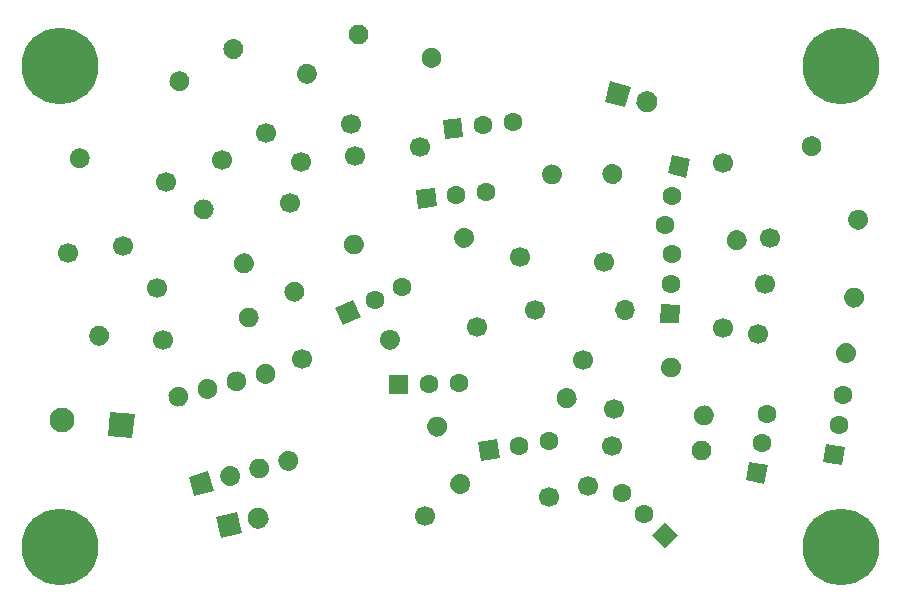
<source format=gbr>
%TF.GenerationSoftware,KiCad,Pcbnew,(5.1.6)-1*%
%TF.CreationDate,2020-07-12T11:16:24-05:00*%
%TF.ProjectId,Bird Monk Train,42697264-204d-46f6-9e6b-20547261696e,rev?*%
%TF.SameCoordinates,Original*%
%TF.FileFunction,Soldermask,Top*%
%TF.FilePolarity,Negative*%
%FSLAX46Y46*%
G04 Gerber Fmt 4.6, Leading zero omitted, Abs format (unit mm)*
G04 Created by KiCad (PCBNEW (5.1.6)-1) date 2020-07-12 11:16:24*
%MOMM*%
%LPD*%
G01*
G04 APERTURE LIST*
%ADD10C,6.500000*%
%ADD11C,1.700000*%
%ADD12O,1.700000X1.700000*%
%ADD13C,0.100000*%
%ADD14C,1.600000*%
%ADD15C,2.100000*%
G04 APERTURE END LIST*
D10*
%TO.C,.*%
X98780000Y-114110000D03*
%TD*%
%TO.C,.*%
X98780000Y-154860000D03*
%TD*%
%TO.C,.*%
X164880000Y-114110000D03*
%TD*%
%TO.C,.*%
X164880000Y-154860000D03*
%TD*%
D11*
%TO.C,*%
X157900000Y-136780000D03*
G36*
G01*
X164512072Y-138233758D02*
X164512072Y-138233758D01*
G75*
G02*
X165524768Y-137586112I830171J-182525D01*
G01*
X165524768Y-137586112D01*
G75*
G02*
X166172414Y-138598808I-182525J-830171D01*
G01*
X166172414Y-138598808D01*
G75*
G02*
X165159718Y-139246454I-830171J182525D01*
G01*
X165159718Y-139246454D01*
G75*
G02*
X164512072Y-138233758I182525J830171D01*
G01*
G37*
%TD*%
%TO.C,*%
G36*
G01*
X165192103Y-133594035D02*
X165192103Y-133594035D01*
G75*
G02*
X166160895Y-132882387I840220J-128572D01*
G01*
X166160895Y-132882387D01*
G75*
G02*
X166872543Y-133851179I-128572J-840220D01*
G01*
X166872543Y-133851179D01*
G75*
G02*
X165903751Y-134562827I-840220J128572D01*
G01*
X165903751Y-134562827D01*
G75*
G02*
X165192103Y-133594035I128572J840220D01*
G01*
G37*
X158500000Y-132570000D03*
%TD*%
%TO.C,*%
G36*
G01*
X165534090Y-127290279D02*
X165534090Y-127290279D01*
G75*
G02*
X166197563Y-126287880I832936J169463D01*
G01*
X166197563Y-126287880D01*
G75*
G02*
X167199962Y-126951353I169463J-832936D01*
G01*
X167199962Y-126951353D01*
G75*
G02*
X166536489Y-127953752I-832936J-169463D01*
G01*
X166536489Y-127953752D01*
G75*
G02*
X165534090Y-127290279I-169463J832936D01*
G01*
G37*
X158900000Y-128640000D03*
%TD*%
%TO.C,*%
G36*
G01*
X161595616Y-121068223D02*
X161595616Y-121068223D01*
G75*
G02*
X162267811Y-120071652I834383J162188D01*
G01*
X162267811Y-120071652D01*
G75*
G02*
X163264382Y-120743847I162188J-834383D01*
G01*
X163264382Y-120743847D01*
G75*
G02*
X162592187Y-121740418I-834383J-162188D01*
G01*
X162592187Y-121740418D01*
G75*
G02*
X161595616Y-121068223I-162188J834383D01*
G01*
G37*
X154950000Y-122360000D03*
%TD*%
D12*
%TO.C,*%
X146620000Y-134780000D03*
D11*
X139000000Y-134780000D03*
%TD*%
%TO.C,*%
G36*
G01*
X152461819Y-143625823D02*
X152461819Y-143625823D01*
G75*
G02*
X153371788Y-142840358I847717J-62252D01*
G01*
X153371788Y-142840358D01*
G75*
G02*
X154157253Y-143750327I-62252J-847717D01*
G01*
X154157253Y-143750327D01*
G75*
G02*
X153247284Y-144535792I-847717J62252D01*
G01*
X153247284Y-144535792D01*
G75*
G02*
X152461819Y-143625823I62252J847717D01*
G01*
G37*
X145710000Y-143130000D03*
%TD*%
%TO.C,*%
G36*
G01*
X152261331Y-146622514D02*
X152261331Y-146622514D01*
G75*
G02*
X153153246Y-145816607I848911J-43004D01*
G01*
X153153246Y-145816607D01*
G75*
G02*
X153959153Y-146708522I-43004J-848911D01*
G01*
X153959153Y-146708522D01*
G75*
G02*
X153067238Y-147514429I-848911J43004D01*
G01*
X153067238Y-147514429D01*
G75*
G02*
X152261331Y-146622514I43004J848911D01*
G01*
G37*
X145500000Y-146280000D03*
%TD*%
%TO.C,*%
X154916741Y-136267664D03*
G36*
G01*
X155957031Y-129699534D02*
X155957031Y-129699534D01*
G75*
G02*
X155250465Y-128727030I132969J839535D01*
G01*
X155250465Y-128727030D01*
G75*
G02*
X156222969Y-128020464I839535J-132969D01*
G01*
X156222969Y-128020464D01*
G75*
G02*
X156929535Y-128992968I-132969J-839535D01*
G01*
X156929535Y-128992968D01*
G75*
G02*
X155957031Y-129699534I-839535J132969D01*
G01*
G37*
%TD*%
%TO.C,*%
X144840000Y-130720000D03*
G36*
G01*
X145477374Y-124100616D02*
X145477374Y-124100616D01*
G75*
G02*
X144712756Y-123173060I81469J846087D01*
G01*
X144712756Y-123173060D01*
G75*
G02*
X145640312Y-122408442I846087J-81469D01*
G01*
X145640312Y-122408442D01*
G75*
G02*
X146404930Y-123335998I-81469J-846087D01*
G01*
X146404930Y-123335998D01*
G75*
G02*
X145477374Y-124100616I-846087J81469D01*
G01*
G37*
%TD*%
%TO.C,*%
X137725615Y-130277685D03*
G36*
G01*
X140141236Y-124081938D02*
X140141236Y-124081938D01*
G75*
G02*
X139658062Y-122981236I308764J791938D01*
G01*
X139658062Y-122981236D01*
G75*
G02*
X140758764Y-122498062I791938J-308764D01*
G01*
X140758764Y-122498062D01*
G75*
G02*
X141241938Y-123598764I-308764J-791938D01*
G01*
X141241938Y-123598764D01*
G75*
G02*
X140141236Y-124081938I-791938J308764D01*
G01*
G37*
%TD*%
D13*
%TO.C,*%
G36*
X150241919Y-123204635D02*
G01*
X150601841Y-121645643D01*
X152160833Y-122005565D01*
X151800911Y-123564557D01*
X150241919Y-123204635D01*
G37*
D14*
X150058625Y-127554900D03*
X150630000Y-125080000D03*
%TD*%
D11*
%TO.C,*%
X143050000Y-139020000D03*
G36*
G01*
X149677639Y-139564891D02*
X149677639Y-139564891D01*
G75*
G02*
X150594429Y-138787397I847142J-69648D01*
G01*
X150594429Y-138787397D01*
G75*
G02*
X151371923Y-139704187I-69648J-847142D01*
G01*
X151371923Y-139704187D01*
G75*
G02*
X150455133Y-140481681I-847142J69648D01*
G01*
X150455133Y-140481681D01*
G75*
G02*
X149677639Y-139564891I69648J847142D01*
G01*
G37*
%TD*%
D13*
%TO.C,*%
G36*
X151264951Y-134304270D02*
G01*
X151214694Y-135903481D01*
X149615483Y-135853224D01*
X149665740Y-134254013D01*
X151264951Y-134304270D01*
G37*
D14*
X150599784Y-130001254D03*
X150520000Y-132540000D03*
%TD*%
%TO.C,*%
X164720001Y-144490000D03*
X165117343Y-141981271D03*
D13*
G36*
X165237954Y-146333725D02*
G01*
X164987659Y-147914026D01*
X163407358Y-147663731D01*
X163657653Y-146083430D01*
X165237954Y-146333725D01*
G37*
%TD*%
%TO.C,*%
G36*
X158715992Y-147905002D02*
G01*
X158429908Y-149479218D01*
X156855692Y-149193134D01*
X157141776Y-147618918D01*
X158715992Y-147905002D01*
G37*
D14*
X158694157Y-143550932D03*
X158240000Y-146050000D03*
%TD*%
D13*
%TO.C,*%
G36*
X150006270Y-152696388D02*
G01*
X151155272Y-153809848D01*
X150041812Y-154958850D01*
X148892810Y-153845390D01*
X150006270Y-152696388D01*
G37*
D14*
X146375959Y-150292382D03*
X148200000Y-152060000D03*
%TD*%
%TO.C,*%
G36*
G01*
X141889575Y-143057055D02*
X141889575Y-143057055D01*
G75*
G02*
X140864632Y-142428970I-198429J826514D01*
G01*
X140864632Y-142428970D01*
G75*
G02*
X141492717Y-141404027I826514J198429D01*
G01*
X141492717Y-141404027D01*
G75*
G02*
X142517660Y-142032112I198429J-826514D01*
G01*
X142517660Y-142032112D01*
G75*
G02*
X141889575Y-143057055I-826514J-198429D01*
G01*
G37*
D11*
X143470000Y-149640000D03*
%TD*%
%TO.C,*%
G36*
G01*
X133520663Y-149625638D02*
X133520663Y-149625638D01*
G75*
G02*
X132554362Y-150340663I-840663J125638D01*
G01*
X132554362Y-150340663D01*
G75*
G02*
X131839337Y-149374362I125638J840663D01*
G01*
X131839337Y-149374362D01*
G75*
G02*
X132805638Y-148659337I840663J-125638D01*
G01*
X132805638Y-148659337D01*
G75*
G02*
X133520663Y-149625638I-125638J-840663D01*
G01*
G37*
X140216301Y-150626308D03*
%TD*%
D14*
%TO.C,*%
X137642100Y-146264564D03*
X140154201Y-145889128D03*
D13*
G36*
X136039460Y-147312965D02*
G01*
X134457035Y-147549460D01*
X134220540Y-145967035D01*
X135802965Y-145730540D01*
X136039460Y-147312965D01*
G37*
%TD*%
%TO.C,*%
G36*
G01*
X130613663Y-145487918D02*
X130613663Y-145487918D01*
G75*
G02*
X129881882Y-144534243I110947J842728D01*
G01*
X129881882Y-144534243D01*
G75*
G02*
X130835557Y-143802462I842728J-110947D01*
G01*
X130835557Y-143802462D01*
G75*
G02*
X131567338Y-144756137I-110947J-842728D01*
G01*
X131567338Y-144756137D01*
G75*
G02*
X130613663Y-145487918I-842728J110947D01*
G01*
G37*
D11*
X129730000Y-152200000D03*
%TD*%
%TO.C,2073*%
G36*
G01*
X109035693Y-142922178D02*
X109035693Y-142922178D01*
G75*
G02*
X107997821Y-142315694I-215694J822178D01*
G01*
X107997821Y-142315694D01*
G75*
G02*
X108604305Y-141277822I822178J215694D01*
G01*
X108604305Y-141277822D01*
G75*
G02*
X109642177Y-141884306I215694J-822178D01*
G01*
X109642177Y-141884306D01*
G75*
G02*
X109035693Y-142922178I-822178J-215694D01*
G01*
G37*
G36*
G01*
X118339910Y-148359121D02*
X118339910Y-148359121D01*
G75*
G02*
X117302038Y-147752637I-215694J822178D01*
G01*
X117302038Y-147752637D01*
G75*
G02*
X117908522Y-146714765I822178J215694D01*
G01*
X117908522Y-146714765D01*
G75*
G02*
X118946394Y-147321249I215694J-822178D01*
G01*
X118946394Y-147321249D01*
G75*
G02*
X118339910Y-148359121I-822178J-215694D01*
G01*
G37*
G36*
G01*
X111492555Y-142277634D02*
X111492555Y-142277634D01*
G75*
G02*
X110454683Y-141671150I-215694J822178D01*
G01*
X110454683Y-141671150D01*
G75*
G02*
X111061167Y-140633278I822178J215694D01*
G01*
X111061167Y-140633278D01*
G75*
G02*
X112099039Y-141239762I215694J-822178D01*
G01*
X112099039Y-141239762D01*
G75*
G02*
X111492555Y-142277634I-822178J-215694D01*
G01*
G37*
G36*
G01*
X115883050Y-149003668D02*
X115883050Y-149003668D01*
G75*
G02*
X114845178Y-148397184I-215694J822178D01*
G01*
X114845178Y-148397184D01*
G75*
G02*
X115451662Y-147359312I822178J215694D01*
G01*
X115451662Y-147359312D01*
G75*
G02*
X116489534Y-147965796I215694J-822178D01*
G01*
X116489534Y-147965796D01*
G75*
G02*
X115883050Y-149003668I-822178J-215694D01*
G01*
G37*
G36*
G01*
X113949415Y-141633087D02*
X113949415Y-141633087D01*
G75*
G02*
X112911543Y-141026603I-215694J822178D01*
G01*
X112911543Y-141026603D01*
G75*
G02*
X113518027Y-139988731I822178J215694D01*
G01*
X113518027Y-139988731D01*
G75*
G02*
X114555899Y-140595215I215694J-822178D01*
G01*
X114555899Y-140595215D01*
G75*
G02*
X113949415Y-141633087I-822178J-215694D01*
G01*
G37*
G36*
G01*
X113426190Y-149648213D02*
X113426190Y-149648213D01*
G75*
G02*
X112388318Y-149041729I-215694J822178D01*
G01*
X112388318Y-149041729D01*
G75*
G02*
X112994802Y-148003857I822178J215694D01*
G01*
X112994802Y-148003857D01*
G75*
G02*
X114032674Y-148610341I215694J-822178D01*
G01*
X114032674Y-148610341D01*
G75*
G02*
X113426190Y-149648213I-822178J-215694D01*
G01*
G37*
G36*
G01*
X116406275Y-140988542D02*
X116406275Y-140988542D01*
G75*
G02*
X115368403Y-140382058I-215694J822178D01*
G01*
X115368403Y-140382058D01*
G75*
G02*
X115974887Y-139344186I822178J215694D01*
G01*
X115974887Y-139344186D01*
G75*
G02*
X117012759Y-139950670I215694J-822178D01*
G01*
X117012759Y-139950670D01*
G75*
G02*
X116406275Y-140988542I-822178J-215694D01*
G01*
G37*
D13*
G36*
X111791508Y-150077063D02*
G01*
X110147153Y-150508452D01*
X109715764Y-148864097D01*
X111360119Y-148432708D01*
X111791508Y-150077063D01*
G37*
%TD*%
%TO.C,*%
G36*
G01*
X115767356Y-153266933D02*
X115767356Y-153266933D01*
G75*
G02*
X114687967Y-152592456I-202456J876933D01*
G01*
X114687967Y-152592456D01*
G75*
G02*
X115362444Y-151513067I876933J202456D01*
G01*
X115362444Y-151513067D01*
G75*
G02*
X116441833Y-152187544I202456J-876933D01*
G01*
X116441833Y-152187544D01*
G75*
G02*
X115767356Y-153266933I-876933J-202456D01*
G01*
G37*
G36*
X114169389Y-153635853D02*
G01*
X112415523Y-154040765D01*
X112010611Y-152286899D01*
X113764477Y-151881987D01*
X114169389Y-153635853D01*
G37*
%TD*%
%TO.C,*%
G36*
G01*
X123693942Y-128368988D02*
X123693942Y-128368988D01*
G75*
G02*
X124528978Y-129233694I-14835J-849871D01*
G01*
X124528978Y-129233694D01*
G75*
G02*
X123664272Y-130068730I-849871J14835D01*
G01*
X123664272Y-130068730D01*
G75*
G02*
X122829236Y-129204024I14835J849871D01*
G01*
X122829236Y-129204024D01*
G75*
G02*
X123693942Y-128368988I849871J-14835D01*
G01*
G37*
D11*
X123810000Y-121720000D03*
%TD*%
%TO.C,*%
G36*
G01*
X130143663Y-114257918D02*
X130143663Y-114257918D01*
G75*
G02*
X129411882Y-113304243I110947J842728D01*
G01*
X129411882Y-113304243D01*
G75*
G02*
X130365557Y-112572462I842728J-110947D01*
G01*
X130365557Y-112572462D01*
G75*
G02*
X131097338Y-113526137I-110947J-842728D01*
G01*
X131097338Y-113526137D01*
G75*
G02*
X130143663Y-114257918I-842728J110947D01*
G01*
G37*
X129260000Y-120970000D03*
%TD*%
%TO.C,*%
G36*
G01*
X124003310Y-112287380D02*
X124003310Y-112287380D01*
G75*
G02*
X123222620Y-111373310I66690J847380D01*
G01*
X123222620Y-111373310D01*
G75*
G02*
X124136690Y-110592620I847380J-66690D01*
G01*
X124136690Y-110592620D01*
G75*
G02*
X124917380Y-111506690I-66690J-847380D01*
G01*
X124917380Y-111506690D01*
G75*
G02*
X124003310Y-112287380I-847380J66690D01*
G01*
G37*
X123472142Y-119036510D03*
%TD*%
%TO.C,*%
G36*
G01*
X119635458Y-115617019D02*
X119635458Y-115617019D01*
G75*
G02*
X118848406Y-114708421I60773J847825D01*
G01*
X118848406Y-114708421D01*
G75*
G02*
X119757004Y-113921369I847825J-60773D01*
G01*
X119757004Y-113921369D01*
G75*
G02*
X120544056Y-114829967I-60773J-847825D01*
G01*
X120544056Y-114829967D01*
G75*
G02*
X119635458Y-115617019I-847825J60773D01*
G01*
G37*
X119160000Y-122250000D03*
%TD*%
%TO.C,*%
G36*
G01*
X113771802Y-113468168D02*
X113771802Y-113468168D01*
G75*
G02*
X112671946Y-112983074I-307381J792475D01*
G01*
X112671946Y-112983074D01*
G75*
G02*
X113157040Y-111883218I792475J307381D01*
G01*
X113157040Y-111883218D01*
G75*
G02*
X114256896Y-112368312I307381J-792475D01*
G01*
X114256896Y-112368312D01*
G75*
G02*
X113771802Y-113468168I-792475J-307381D01*
G01*
G37*
X116220000Y-119780000D03*
%TD*%
%TO.C,*%
X112530000Y-122100000D03*
G36*
G01*
X109310025Y-116144779D02*
X109310025Y-116144779D01*
G75*
G02*
X108158043Y-115801359I-404281J747701D01*
G01*
X108158043Y-115801359D01*
G75*
G02*
X108501463Y-114649377I747701J404281D01*
G01*
X108501463Y-114649377D01*
G75*
G02*
X109653445Y-114992797I404281J-747701D01*
G01*
X109653445Y-114992797D01*
G75*
G02*
X109310025Y-116144779I-747701J-404281D01*
G01*
G37*
%TD*%
%TO.C,*%
G36*
G01*
X133132709Y-129500910D02*
X133132709Y-129500910D01*
G75*
G02*
X132168909Y-128782516I-122703J841097D01*
G01*
X132168909Y-128782516D01*
G75*
G02*
X132887303Y-127818716I841097J122703D01*
G01*
X132887303Y-127818716D01*
G75*
G02*
X133851103Y-128537110I122703J-841097D01*
G01*
X133851103Y-128537110D01*
G75*
G02*
X133132709Y-129500910I-841097J-122703D01*
G01*
G37*
X134110000Y-136200000D03*
%TD*%
D13*
%TO.C,*%
G36*
X128285679Y-141853257D02*
G01*
X126685973Y-141883973D01*
X126655257Y-140284267D01*
X128254963Y-140253551D01*
X128285679Y-141853257D01*
G37*
D14*
X132549532Y-140971239D03*
X130010000Y-141020000D03*
%TD*%
D13*
%TO.C,REF\u002A\u002A*%
G36*
X124238572Y-135378238D02*
G01*
X122787301Y-136051895D01*
X122113644Y-134600624D01*
X123564915Y-133926967D01*
X124238572Y-135378238D01*
G37*
D14*
X127783892Y-132850569D03*
X125480000Y-133920000D03*
%TD*%
D11*
%TO.C,REF\u002A\u002A*%
X119293514Y-138952251D03*
G36*
G01*
X125900471Y-137475422D02*
X125900471Y-137475422D01*
G75*
G02*
X126544578Y-136460471I829529J185422D01*
G01*
X126544578Y-136460471D01*
G75*
G02*
X127559529Y-137104578I185422J-829529D01*
G01*
X127559529Y-137104578D01*
G75*
G02*
X126915422Y-138119529I-829529J-185422D01*
G01*
X126915422Y-138119529D01*
G75*
G02*
X125900471Y-137475422I-185422J829529D01*
G01*
G37*
%TD*%
%TO.C,10k*%
G36*
G01*
X101279946Y-122143579D02*
X101279946Y-122143579D01*
G75*
G02*
X100235780Y-122739161I-819874J224292D01*
G01*
X100235780Y-122739161D01*
G75*
G02*
X99640198Y-121694995I224292J819874D01*
G01*
X99640198Y-121694995D01*
G75*
G02*
X100684364Y-121099413I819874J-224292D01*
G01*
X100684364Y-121099413D01*
G75*
G02*
X101279946Y-122143579I-224292J-819874D01*
G01*
G37*
X107810000Y-123930000D03*
%TD*%
%TO.C,*%
X118247480Y-125730000D03*
G36*
G01*
X118595514Y-132370888D02*
X118595514Y-132370888D01*
G75*
G02*
X119488835Y-133175237I44486J-848835D01*
G01*
X119488835Y-133175237D01*
G75*
G02*
X118684486Y-134068558I-848835J-44486D01*
G01*
X118684486Y-134068558D01*
G75*
G02*
X117791165Y-133264209I-44486J848835D01*
G01*
X117791165Y-133264209D01*
G75*
G02*
X118595514Y-132370888I848835J44486D01*
G01*
G37*
%TD*%
%TO.C,*%
G36*
G01*
X113946402Y-135620067D02*
X113946402Y-135620067D01*
G75*
G02*
X114549259Y-134580084I821420J218563D01*
G01*
X114549259Y-134580084D01*
G75*
G02*
X115589242Y-135182941I218563J-821420D01*
G01*
X115589242Y-135182941D01*
G75*
G02*
X114986385Y-136222924I-821420J-218563D01*
G01*
X114986385Y-136222924D01*
G75*
G02*
X113946402Y-135620067I-218563J821420D01*
G01*
G37*
X107520000Y-137330000D03*
%TD*%
%TO.C,470K*%
G36*
G01*
X113544216Y-131046663D02*
X113544216Y-131046663D01*
G75*
G02*
X114130663Y-129997340I817885J231438D01*
G01*
X114130663Y-129997340D01*
G75*
G02*
X115179986Y-130583787I231438J-817885D01*
G01*
X115179986Y-130583787D01*
G75*
G02*
X114593539Y-131633110I-817885J-231438D01*
G01*
X114593539Y-131633110D01*
G75*
G02*
X113544216Y-131046663I-231438J817885D01*
G01*
G37*
X107030000Y-132890000D03*
%TD*%
%TO.C,SPKIN*%
X104130000Y-129360000D03*
G36*
G01*
X110181243Y-126602289D02*
X110181243Y-126602289D01*
G75*
G02*
X110602221Y-125476333I773467J352489D01*
G01*
X110602221Y-125476333D01*
G75*
G02*
X111728177Y-125897311I352489J-773467D01*
G01*
X111728177Y-125897311D01*
G75*
G02*
X111307199Y-127023267I-773467J-352489D01*
G01*
X111307199Y-127023267D01*
G75*
G02*
X110181243Y-126602289I-352489J773467D01*
G01*
G37*
%TD*%
%TO.C,*%
X99490000Y-129920000D03*
G36*
G01*
X101808005Y-136152926D02*
X101808005Y-136152926D01*
G75*
G02*
X102900981Y-136653330I296286J-796690D01*
G01*
X102900981Y-136653330D01*
G75*
G02*
X102400577Y-137746306I-796690J-296286D01*
G01*
X102400577Y-137746306D01*
G75*
G02*
X101307601Y-137245902I-296286J796690D01*
G01*
X101307601Y-137245902D01*
G75*
G02*
X101808005Y-136152926I796690J296286D01*
G01*
G37*
%TD*%
D15*
%TO.C,REF\u002A\u002A*%
X98989027Y-144064221D03*
D13*
G36*
X105107518Y-143545509D02*
G01*
X104924491Y-145637518D01*
X102832482Y-145454491D01*
X103015509Y-143362482D01*
X105107518Y-143545509D01*
G37*
%TD*%
%TO.C,*%
G36*
X130706577Y-126003239D02*
G01*
X129115936Y-126176038D01*
X128943137Y-124585397D01*
X130533778Y-124412598D01*
X130706577Y-126003239D01*
G37*
D14*
X134875144Y-124745681D03*
X132350000Y-125020000D03*
%TD*%
D13*
%TO.C,REF\u002A\u002A*%
G36*
X146672944Y-117584870D02*
G01*
X144934278Y-117118996D01*
X145400152Y-115380330D01*
X147138818Y-115846204D01*
X146672944Y-117584870D01*
G37*
G36*
G01*
X148257063Y-118009333D02*
X148257063Y-118009333D01*
G75*
G02*
X147620667Y-116907063I232937J869333D01*
G01*
X147620667Y-116907063D01*
G75*
G02*
X148722937Y-116270667I869333J-232937D01*
G01*
X148722937Y-116270667D01*
G75*
G02*
X149359333Y-117372937I-232937J-869333D01*
G01*
X149359333Y-117372937D01*
G75*
G02*
X148257063Y-118009333I-869333J232937D01*
G01*
G37*
%TD*%
%TO.C,*%
G36*
X132943154Y-120087497D02*
G01*
X131351919Y-120254742D01*
X131184674Y-118663507D01*
X132775909Y-118496262D01*
X132943154Y-120087497D01*
G37*
D14*
X137116085Y-118844497D03*
X134590000Y-119110000D03*
%TD*%
M02*

</source>
